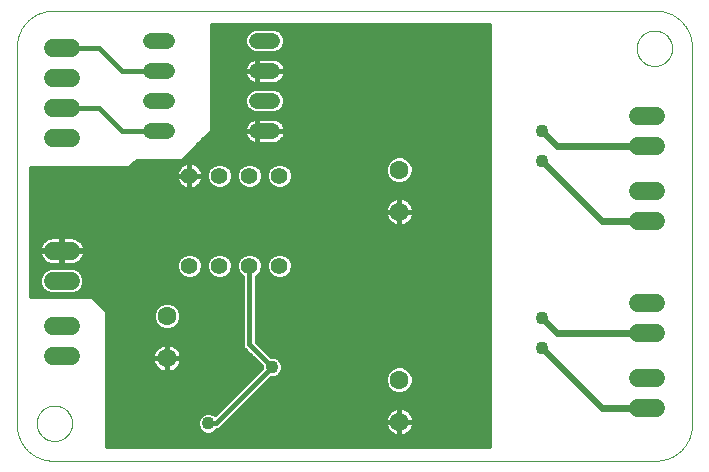
<source format=gbl>
G75*
%MOIN*%
%OFA0B0*%
%FSLAX25Y25*%
%IPPOS*%
%LPD*%
%AMOC8*
5,1,8,0,0,1.08239X$1,22.5*
%
%ADD10C,0.00000*%
%ADD11C,0.06300*%
%ADD12C,0.05600*%
%ADD13C,0.05937*%
%ADD14C,0.05200*%
%ADD15C,0.01600*%
%ADD16C,0.04356*%
%ADD17C,0.02400*%
D10*
X0016500Y0005500D02*
X0217500Y0005500D01*
X0217790Y0005504D01*
X0218080Y0005514D01*
X0218369Y0005532D01*
X0218658Y0005556D01*
X0218946Y0005587D01*
X0219234Y0005626D01*
X0219520Y0005671D01*
X0219806Y0005724D01*
X0220089Y0005783D01*
X0220372Y0005849D01*
X0220652Y0005921D01*
X0220931Y0006001D01*
X0221208Y0006087D01*
X0221483Y0006180D01*
X0221755Y0006280D01*
X0222025Y0006386D01*
X0222292Y0006498D01*
X0222557Y0006618D01*
X0222818Y0006743D01*
X0223077Y0006875D01*
X0223332Y0007012D01*
X0223584Y0007156D01*
X0223832Y0007306D01*
X0224076Y0007462D01*
X0224317Y0007624D01*
X0224553Y0007792D01*
X0224786Y0007965D01*
X0225014Y0008144D01*
X0225238Y0008328D01*
X0225457Y0008518D01*
X0225672Y0008713D01*
X0225882Y0008913D01*
X0226087Y0009118D01*
X0226287Y0009328D01*
X0226482Y0009543D01*
X0226672Y0009762D01*
X0226856Y0009986D01*
X0227035Y0010214D01*
X0227208Y0010447D01*
X0227376Y0010683D01*
X0227538Y0010924D01*
X0227694Y0011168D01*
X0227844Y0011416D01*
X0227988Y0011668D01*
X0228125Y0011923D01*
X0228257Y0012182D01*
X0228382Y0012443D01*
X0228502Y0012708D01*
X0228614Y0012975D01*
X0228720Y0013245D01*
X0228820Y0013517D01*
X0228913Y0013792D01*
X0228999Y0014069D01*
X0229079Y0014348D01*
X0229151Y0014628D01*
X0229217Y0014911D01*
X0229276Y0015194D01*
X0229329Y0015480D01*
X0229374Y0015766D01*
X0229413Y0016054D01*
X0229444Y0016342D01*
X0229468Y0016631D01*
X0229486Y0016920D01*
X0229496Y0017210D01*
X0229500Y0017500D01*
X0229500Y0143500D01*
X0229496Y0143790D01*
X0229486Y0144080D01*
X0229468Y0144369D01*
X0229444Y0144658D01*
X0229413Y0144946D01*
X0229374Y0145234D01*
X0229329Y0145520D01*
X0229276Y0145806D01*
X0229217Y0146089D01*
X0229151Y0146372D01*
X0229079Y0146652D01*
X0228999Y0146931D01*
X0228913Y0147208D01*
X0228820Y0147483D01*
X0228720Y0147755D01*
X0228614Y0148025D01*
X0228502Y0148292D01*
X0228382Y0148557D01*
X0228257Y0148818D01*
X0228125Y0149077D01*
X0227988Y0149332D01*
X0227844Y0149584D01*
X0227694Y0149832D01*
X0227538Y0150076D01*
X0227376Y0150317D01*
X0227208Y0150553D01*
X0227035Y0150786D01*
X0226856Y0151014D01*
X0226672Y0151238D01*
X0226482Y0151457D01*
X0226287Y0151672D01*
X0226087Y0151882D01*
X0225882Y0152087D01*
X0225672Y0152287D01*
X0225457Y0152482D01*
X0225238Y0152672D01*
X0225014Y0152856D01*
X0224786Y0153035D01*
X0224553Y0153208D01*
X0224317Y0153376D01*
X0224076Y0153538D01*
X0223832Y0153694D01*
X0223584Y0153844D01*
X0223332Y0153988D01*
X0223077Y0154125D01*
X0222818Y0154257D01*
X0222557Y0154382D01*
X0222292Y0154502D01*
X0222025Y0154614D01*
X0221755Y0154720D01*
X0221483Y0154820D01*
X0221208Y0154913D01*
X0220931Y0154999D01*
X0220652Y0155079D01*
X0220372Y0155151D01*
X0220089Y0155217D01*
X0219806Y0155276D01*
X0219520Y0155329D01*
X0219234Y0155374D01*
X0218946Y0155413D01*
X0218658Y0155444D01*
X0218369Y0155468D01*
X0218080Y0155486D01*
X0217790Y0155496D01*
X0217500Y0155500D01*
X0016500Y0155500D01*
X0016210Y0155496D01*
X0015920Y0155486D01*
X0015631Y0155468D01*
X0015342Y0155444D01*
X0015054Y0155413D01*
X0014766Y0155374D01*
X0014480Y0155329D01*
X0014194Y0155276D01*
X0013911Y0155217D01*
X0013628Y0155151D01*
X0013348Y0155079D01*
X0013069Y0154999D01*
X0012792Y0154913D01*
X0012517Y0154820D01*
X0012245Y0154720D01*
X0011975Y0154614D01*
X0011708Y0154502D01*
X0011443Y0154382D01*
X0011182Y0154257D01*
X0010923Y0154125D01*
X0010668Y0153988D01*
X0010416Y0153844D01*
X0010168Y0153694D01*
X0009924Y0153538D01*
X0009683Y0153376D01*
X0009447Y0153208D01*
X0009214Y0153035D01*
X0008986Y0152856D01*
X0008762Y0152672D01*
X0008543Y0152482D01*
X0008328Y0152287D01*
X0008118Y0152087D01*
X0007913Y0151882D01*
X0007713Y0151672D01*
X0007518Y0151457D01*
X0007328Y0151238D01*
X0007144Y0151014D01*
X0006965Y0150786D01*
X0006792Y0150553D01*
X0006624Y0150317D01*
X0006462Y0150076D01*
X0006306Y0149832D01*
X0006156Y0149584D01*
X0006012Y0149332D01*
X0005875Y0149077D01*
X0005743Y0148818D01*
X0005618Y0148557D01*
X0005498Y0148292D01*
X0005386Y0148025D01*
X0005280Y0147755D01*
X0005180Y0147483D01*
X0005087Y0147208D01*
X0005001Y0146931D01*
X0004921Y0146652D01*
X0004849Y0146372D01*
X0004783Y0146089D01*
X0004724Y0145806D01*
X0004671Y0145520D01*
X0004626Y0145234D01*
X0004587Y0144946D01*
X0004556Y0144658D01*
X0004532Y0144369D01*
X0004514Y0144080D01*
X0004504Y0143790D01*
X0004500Y0143500D01*
X0004500Y0017500D01*
X0004504Y0017210D01*
X0004514Y0016920D01*
X0004532Y0016631D01*
X0004556Y0016342D01*
X0004587Y0016054D01*
X0004626Y0015766D01*
X0004671Y0015480D01*
X0004724Y0015194D01*
X0004783Y0014911D01*
X0004849Y0014628D01*
X0004921Y0014348D01*
X0005001Y0014069D01*
X0005087Y0013792D01*
X0005180Y0013517D01*
X0005280Y0013245D01*
X0005386Y0012975D01*
X0005498Y0012708D01*
X0005618Y0012443D01*
X0005743Y0012182D01*
X0005875Y0011923D01*
X0006012Y0011668D01*
X0006156Y0011416D01*
X0006306Y0011168D01*
X0006462Y0010924D01*
X0006624Y0010683D01*
X0006792Y0010447D01*
X0006965Y0010214D01*
X0007144Y0009986D01*
X0007328Y0009762D01*
X0007518Y0009543D01*
X0007713Y0009328D01*
X0007913Y0009118D01*
X0008118Y0008913D01*
X0008328Y0008713D01*
X0008543Y0008518D01*
X0008762Y0008328D01*
X0008986Y0008144D01*
X0009214Y0007965D01*
X0009447Y0007792D01*
X0009683Y0007624D01*
X0009924Y0007462D01*
X0010168Y0007306D01*
X0010416Y0007156D01*
X0010668Y0007012D01*
X0010923Y0006875D01*
X0011182Y0006743D01*
X0011443Y0006618D01*
X0011708Y0006498D01*
X0011975Y0006386D01*
X0012245Y0006280D01*
X0012517Y0006180D01*
X0012792Y0006087D01*
X0013069Y0006001D01*
X0013348Y0005921D01*
X0013628Y0005849D01*
X0013911Y0005783D01*
X0014194Y0005724D01*
X0014480Y0005671D01*
X0014766Y0005626D01*
X0015054Y0005587D01*
X0015342Y0005556D01*
X0015631Y0005532D01*
X0015920Y0005514D01*
X0016210Y0005504D01*
X0016500Y0005500D01*
X0011094Y0018000D02*
X0011096Y0018153D01*
X0011102Y0018307D01*
X0011112Y0018460D01*
X0011126Y0018612D01*
X0011144Y0018765D01*
X0011166Y0018916D01*
X0011191Y0019067D01*
X0011221Y0019218D01*
X0011255Y0019368D01*
X0011292Y0019516D01*
X0011333Y0019664D01*
X0011378Y0019810D01*
X0011427Y0019956D01*
X0011480Y0020100D01*
X0011536Y0020242D01*
X0011596Y0020383D01*
X0011660Y0020523D01*
X0011727Y0020661D01*
X0011798Y0020797D01*
X0011873Y0020931D01*
X0011950Y0021063D01*
X0012032Y0021193D01*
X0012116Y0021321D01*
X0012204Y0021447D01*
X0012295Y0021570D01*
X0012389Y0021691D01*
X0012487Y0021809D01*
X0012587Y0021925D01*
X0012691Y0022038D01*
X0012797Y0022149D01*
X0012906Y0022257D01*
X0013018Y0022362D01*
X0013132Y0022463D01*
X0013250Y0022562D01*
X0013369Y0022658D01*
X0013491Y0022751D01*
X0013616Y0022840D01*
X0013743Y0022927D01*
X0013872Y0023009D01*
X0014003Y0023089D01*
X0014136Y0023165D01*
X0014271Y0023238D01*
X0014408Y0023307D01*
X0014547Y0023372D01*
X0014687Y0023434D01*
X0014829Y0023492D01*
X0014972Y0023547D01*
X0015117Y0023598D01*
X0015263Y0023645D01*
X0015410Y0023688D01*
X0015558Y0023727D01*
X0015707Y0023763D01*
X0015857Y0023794D01*
X0016008Y0023822D01*
X0016159Y0023846D01*
X0016312Y0023866D01*
X0016464Y0023882D01*
X0016617Y0023894D01*
X0016770Y0023902D01*
X0016923Y0023906D01*
X0017077Y0023906D01*
X0017230Y0023902D01*
X0017383Y0023894D01*
X0017536Y0023882D01*
X0017688Y0023866D01*
X0017841Y0023846D01*
X0017992Y0023822D01*
X0018143Y0023794D01*
X0018293Y0023763D01*
X0018442Y0023727D01*
X0018590Y0023688D01*
X0018737Y0023645D01*
X0018883Y0023598D01*
X0019028Y0023547D01*
X0019171Y0023492D01*
X0019313Y0023434D01*
X0019453Y0023372D01*
X0019592Y0023307D01*
X0019729Y0023238D01*
X0019864Y0023165D01*
X0019997Y0023089D01*
X0020128Y0023009D01*
X0020257Y0022927D01*
X0020384Y0022840D01*
X0020509Y0022751D01*
X0020631Y0022658D01*
X0020750Y0022562D01*
X0020868Y0022463D01*
X0020982Y0022362D01*
X0021094Y0022257D01*
X0021203Y0022149D01*
X0021309Y0022038D01*
X0021413Y0021925D01*
X0021513Y0021809D01*
X0021611Y0021691D01*
X0021705Y0021570D01*
X0021796Y0021447D01*
X0021884Y0021321D01*
X0021968Y0021193D01*
X0022050Y0021063D01*
X0022127Y0020931D01*
X0022202Y0020797D01*
X0022273Y0020661D01*
X0022340Y0020523D01*
X0022404Y0020383D01*
X0022464Y0020242D01*
X0022520Y0020100D01*
X0022573Y0019956D01*
X0022622Y0019810D01*
X0022667Y0019664D01*
X0022708Y0019516D01*
X0022745Y0019368D01*
X0022779Y0019218D01*
X0022809Y0019067D01*
X0022834Y0018916D01*
X0022856Y0018765D01*
X0022874Y0018612D01*
X0022888Y0018460D01*
X0022898Y0018307D01*
X0022904Y0018153D01*
X0022906Y0018000D01*
X0022904Y0017847D01*
X0022898Y0017693D01*
X0022888Y0017540D01*
X0022874Y0017388D01*
X0022856Y0017235D01*
X0022834Y0017084D01*
X0022809Y0016933D01*
X0022779Y0016782D01*
X0022745Y0016632D01*
X0022708Y0016484D01*
X0022667Y0016336D01*
X0022622Y0016190D01*
X0022573Y0016044D01*
X0022520Y0015900D01*
X0022464Y0015758D01*
X0022404Y0015617D01*
X0022340Y0015477D01*
X0022273Y0015339D01*
X0022202Y0015203D01*
X0022127Y0015069D01*
X0022050Y0014937D01*
X0021968Y0014807D01*
X0021884Y0014679D01*
X0021796Y0014553D01*
X0021705Y0014430D01*
X0021611Y0014309D01*
X0021513Y0014191D01*
X0021413Y0014075D01*
X0021309Y0013962D01*
X0021203Y0013851D01*
X0021094Y0013743D01*
X0020982Y0013638D01*
X0020868Y0013537D01*
X0020750Y0013438D01*
X0020631Y0013342D01*
X0020509Y0013249D01*
X0020384Y0013160D01*
X0020257Y0013073D01*
X0020128Y0012991D01*
X0019997Y0012911D01*
X0019864Y0012835D01*
X0019729Y0012762D01*
X0019592Y0012693D01*
X0019453Y0012628D01*
X0019313Y0012566D01*
X0019171Y0012508D01*
X0019028Y0012453D01*
X0018883Y0012402D01*
X0018737Y0012355D01*
X0018590Y0012312D01*
X0018442Y0012273D01*
X0018293Y0012237D01*
X0018143Y0012206D01*
X0017992Y0012178D01*
X0017841Y0012154D01*
X0017688Y0012134D01*
X0017536Y0012118D01*
X0017383Y0012106D01*
X0017230Y0012098D01*
X0017077Y0012094D01*
X0016923Y0012094D01*
X0016770Y0012098D01*
X0016617Y0012106D01*
X0016464Y0012118D01*
X0016312Y0012134D01*
X0016159Y0012154D01*
X0016008Y0012178D01*
X0015857Y0012206D01*
X0015707Y0012237D01*
X0015558Y0012273D01*
X0015410Y0012312D01*
X0015263Y0012355D01*
X0015117Y0012402D01*
X0014972Y0012453D01*
X0014829Y0012508D01*
X0014687Y0012566D01*
X0014547Y0012628D01*
X0014408Y0012693D01*
X0014271Y0012762D01*
X0014136Y0012835D01*
X0014003Y0012911D01*
X0013872Y0012991D01*
X0013743Y0013073D01*
X0013616Y0013160D01*
X0013491Y0013249D01*
X0013369Y0013342D01*
X0013250Y0013438D01*
X0013132Y0013537D01*
X0013018Y0013638D01*
X0012906Y0013743D01*
X0012797Y0013851D01*
X0012691Y0013962D01*
X0012587Y0014075D01*
X0012487Y0014191D01*
X0012389Y0014309D01*
X0012295Y0014430D01*
X0012204Y0014553D01*
X0012116Y0014679D01*
X0012032Y0014807D01*
X0011950Y0014937D01*
X0011873Y0015069D01*
X0011798Y0015203D01*
X0011727Y0015339D01*
X0011660Y0015477D01*
X0011596Y0015617D01*
X0011536Y0015758D01*
X0011480Y0015900D01*
X0011427Y0016044D01*
X0011378Y0016190D01*
X0011333Y0016336D01*
X0011292Y0016484D01*
X0011255Y0016632D01*
X0011221Y0016782D01*
X0011191Y0016933D01*
X0011166Y0017084D01*
X0011144Y0017235D01*
X0011126Y0017388D01*
X0011112Y0017540D01*
X0011102Y0017693D01*
X0011096Y0017847D01*
X0011094Y0018000D01*
X0211094Y0143000D02*
X0211096Y0143153D01*
X0211102Y0143307D01*
X0211112Y0143460D01*
X0211126Y0143612D01*
X0211144Y0143765D01*
X0211166Y0143916D01*
X0211191Y0144067D01*
X0211221Y0144218D01*
X0211255Y0144368D01*
X0211292Y0144516D01*
X0211333Y0144664D01*
X0211378Y0144810D01*
X0211427Y0144956D01*
X0211480Y0145100D01*
X0211536Y0145242D01*
X0211596Y0145383D01*
X0211660Y0145523D01*
X0211727Y0145661D01*
X0211798Y0145797D01*
X0211873Y0145931D01*
X0211950Y0146063D01*
X0212032Y0146193D01*
X0212116Y0146321D01*
X0212204Y0146447D01*
X0212295Y0146570D01*
X0212389Y0146691D01*
X0212487Y0146809D01*
X0212587Y0146925D01*
X0212691Y0147038D01*
X0212797Y0147149D01*
X0212906Y0147257D01*
X0213018Y0147362D01*
X0213132Y0147463D01*
X0213250Y0147562D01*
X0213369Y0147658D01*
X0213491Y0147751D01*
X0213616Y0147840D01*
X0213743Y0147927D01*
X0213872Y0148009D01*
X0214003Y0148089D01*
X0214136Y0148165D01*
X0214271Y0148238D01*
X0214408Y0148307D01*
X0214547Y0148372D01*
X0214687Y0148434D01*
X0214829Y0148492D01*
X0214972Y0148547D01*
X0215117Y0148598D01*
X0215263Y0148645D01*
X0215410Y0148688D01*
X0215558Y0148727D01*
X0215707Y0148763D01*
X0215857Y0148794D01*
X0216008Y0148822D01*
X0216159Y0148846D01*
X0216312Y0148866D01*
X0216464Y0148882D01*
X0216617Y0148894D01*
X0216770Y0148902D01*
X0216923Y0148906D01*
X0217077Y0148906D01*
X0217230Y0148902D01*
X0217383Y0148894D01*
X0217536Y0148882D01*
X0217688Y0148866D01*
X0217841Y0148846D01*
X0217992Y0148822D01*
X0218143Y0148794D01*
X0218293Y0148763D01*
X0218442Y0148727D01*
X0218590Y0148688D01*
X0218737Y0148645D01*
X0218883Y0148598D01*
X0219028Y0148547D01*
X0219171Y0148492D01*
X0219313Y0148434D01*
X0219453Y0148372D01*
X0219592Y0148307D01*
X0219729Y0148238D01*
X0219864Y0148165D01*
X0219997Y0148089D01*
X0220128Y0148009D01*
X0220257Y0147927D01*
X0220384Y0147840D01*
X0220509Y0147751D01*
X0220631Y0147658D01*
X0220750Y0147562D01*
X0220868Y0147463D01*
X0220982Y0147362D01*
X0221094Y0147257D01*
X0221203Y0147149D01*
X0221309Y0147038D01*
X0221413Y0146925D01*
X0221513Y0146809D01*
X0221611Y0146691D01*
X0221705Y0146570D01*
X0221796Y0146447D01*
X0221884Y0146321D01*
X0221968Y0146193D01*
X0222050Y0146063D01*
X0222127Y0145931D01*
X0222202Y0145797D01*
X0222273Y0145661D01*
X0222340Y0145523D01*
X0222404Y0145383D01*
X0222464Y0145242D01*
X0222520Y0145100D01*
X0222573Y0144956D01*
X0222622Y0144810D01*
X0222667Y0144664D01*
X0222708Y0144516D01*
X0222745Y0144368D01*
X0222779Y0144218D01*
X0222809Y0144067D01*
X0222834Y0143916D01*
X0222856Y0143765D01*
X0222874Y0143612D01*
X0222888Y0143460D01*
X0222898Y0143307D01*
X0222904Y0143153D01*
X0222906Y0143000D01*
X0222904Y0142847D01*
X0222898Y0142693D01*
X0222888Y0142540D01*
X0222874Y0142388D01*
X0222856Y0142235D01*
X0222834Y0142084D01*
X0222809Y0141933D01*
X0222779Y0141782D01*
X0222745Y0141632D01*
X0222708Y0141484D01*
X0222667Y0141336D01*
X0222622Y0141190D01*
X0222573Y0141044D01*
X0222520Y0140900D01*
X0222464Y0140758D01*
X0222404Y0140617D01*
X0222340Y0140477D01*
X0222273Y0140339D01*
X0222202Y0140203D01*
X0222127Y0140069D01*
X0222050Y0139937D01*
X0221968Y0139807D01*
X0221884Y0139679D01*
X0221796Y0139553D01*
X0221705Y0139430D01*
X0221611Y0139309D01*
X0221513Y0139191D01*
X0221413Y0139075D01*
X0221309Y0138962D01*
X0221203Y0138851D01*
X0221094Y0138743D01*
X0220982Y0138638D01*
X0220868Y0138537D01*
X0220750Y0138438D01*
X0220631Y0138342D01*
X0220509Y0138249D01*
X0220384Y0138160D01*
X0220257Y0138073D01*
X0220128Y0137991D01*
X0219997Y0137911D01*
X0219864Y0137835D01*
X0219729Y0137762D01*
X0219592Y0137693D01*
X0219453Y0137628D01*
X0219313Y0137566D01*
X0219171Y0137508D01*
X0219028Y0137453D01*
X0218883Y0137402D01*
X0218737Y0137355D01*
X0218590Y0137312D01*
X0218442Y0137273D01*
X0218293Y0137237D01*
X0218143Y0137206D01*
X0217992Y0137178D01*
X0217841Y0137154D01*
X0217688Y0137134D01*
X0217536Y0137118D01*
X0217383Y0137106D01*
X0217230Y0137098D01*
X0217077Y0137094D01*
X0216923Y0137094D01*
X0216770Y0137098D01*
X0216617Y0137106D01*
X0216464Y0137118D01*
X0216312Y0137134D01*
X0216159Y0137154D01*
X0216008Y0137178D01*
X0215857Y0137206D01*
X0215707Y0137237D01*
X0215558Y0137273D01*
X0215410Y0137312D01*
X0215263Y0137355D01*
X0215117Y0137402D01*
X0214972Y0137453D01*
X0214829Y0137508D01*
X0214687Y0137566D01*
X0214547Y0137628D01*
X0214408Y0137693D01*
X0214271Y0137762D01*
X0214136Y0137835D01*
X0214003Y0137911D01*
X0213872Y0137991D01*
X0213743Y0138073D01*
X0213616Y0138160D01*
X0213491Y0138249D01*
X0213369Y0138342D01*
X0213250Y0138438D01*
X0213132Y0138537D01*
X0213018Y0138638D01*
X0212906Y0138743D01*
X0212797Y0138851D01*
X0212691Y0138962D01*
X0212587Y0139075D01*
X0212487Y0139191D01*
X0212389Y0139309D01*
X0212295Y0139430D01*
X0212204Y0139553D01*
X0212116Y0139679D01*
X0212032Y0139807D01*
X0211950Y0139937D01*
X0211873Y0140069D01*
X0211798Y0140203D01*
X0211727Y0140339D01*
X0211660Y0140477D01*
X0211596Y0140617D01*
X0211536Y0140758D01*
X0211480Y0140900D01*
X0211427Y0141044D01*
X0211378Y0141190D01*
X0211333Y0141336D01*
X0211292Y0141484D01*
X0211255Y0141632D01*
X0211221Y0141782D01*
X0211191Y0141933D01*
X0211166Y0142084D01*
X0211144Y0142235D01*
X0211126Y0142388D01*
X0211112Y0142540D01*
X0211102Y0142693D01*
X0211096Y0142847D01*
X0211094Y0143000D01*
D11*
X0132000Y0102500D03*
X0132000Y0088500D03*
X0054500Y0053750D03*
X0054500Y0039750D03*
X0132000Y0032500D03*
X0132000Y0018500D03*
D12*
X0092000Y0070500D03*
X0082000Y0070500D03*
X0072000Y0070500D03*
X0062000Y0070500D03*
X0062000Y0100500D03*
X0072000Y0100500D03*
X0082000Y0100500D03*
X0092000Y0100500D03*
D13*
X0022469Y0113000D02*
X0016531Y0113000D01*
X0016531Y0123000D02*
X0022469Y0123000D01*
X0022469Y0133000D02*
X0016531Y0133000D01*
X0016531Y0143000D02*
X0022469Y0143000D01*
X0022469Y0075500D02*
X0016531Y0075500D01*
X0016531Y0065500D02*
X0022469Y0065500D01*
X0022469Y0050500D02*
X0016531Y0050500D01*
X0016531Y0040500D02*
X0022469Y0040500D01*
X0211531Y0033000D02*
X0217469Y0033000D01*
X0217469Y0023000D02*
X0211531Y0023000D01*
X0211531Y0048000D02*
X0217469Y0048000D01*
X0217469Y0058000D02*
X0211531Y0058000D01*
X0211531Y0085500D02*
X0217469Y0085500D01*
X0217469Y0095500D02*
X0211531Y0095500D01*
X0211531Y0110500D02*
X0217469Y0110500D01*
X0217469Y0120500D02*
X0211531Y0120500D01*
D14*
X0089700Y0115500D02*
X0084500Y0115500D01*
X0084500Y0125500D02*
X0089700Y0125500D01*
X0089700Y0135500D02*
X0084500Y0135500D01*
X0084500Y0145500D02*
X0089700Y0145500D01*
X0054500Y0145500D02*
X0049300Y0145500D01*
X0049300Y0135500D02*
X0054500Y0135500D01*
X0054500Y0125500D02*
X0049300Y0125500D01*
X0049300Y0115500D02*
X0054500Y0115500D01*
D15*
X0039500Y0115500D01*
X0032000Y0123000D01*
X0019500Y0123000D01*
X0039500Y0135500D02*
X0032000Y0143000D01*
X0019500Y0143000D01*
X0039500Y0135500D02*
X0054500Y0135500D01*
X0069500Y0134979D02*
X0080128Y0134979D01*
X0080100Y0135154D02*
X0080208Y0134470D01*
X0080422Y0133811D01*
X0080737Y0133194D01*
X0081144Y0132634D01*
X0081634Y0132144D01*
X0082194Y0131737D01*
X0082811Y0131422D01*
X0083470Y0131208D01*
X0084154Y0131100D01*
X0084500Y0131100D01*
X0090046Y0131100D01*
X0090730Y0131208D01*
X0091389Y0131422D01*
X0092006Y0131737D01*
X0092566Y0132144D01*
X0093056Y0132634D01*
X0093463Y0133194D01*
X0093778Y0133811D01*
X0093992Y0134470D01*
X0094100Y0135154D01*
X0094100Y0135500D01*
X0094100Y0135846D01*
X0093992Y0136530D01*
X0093778Y0137189D01*
X0093463Y0137806D01*
X0093056Y0138366D01*
X0092566Y0138856D01*
X0092006Y0139263D01*
X0091389Y0139578D01*
X0090730Y0139792D01*
X0090046Y0139900D01*
X0084500Y0139900D01*
X0084500Y0135500D01*
X0084500Y0135500D01*
X0094100Y0135500D01*
X0084500Y0135500D01*
X0084500Y0135500D01*
X0084500Y0131100D01*
X0084500Y0135500D01*
X0084500Y0135500D01*
X0084500Y0135500D01*
X0080100Y0135500D01*
X0080100Y0135846D01*
X0080208Y0136530D01*
X0080422Y0137189D01*
X0080737Y0137806D01*
X0081144Y0138366D01*
X0081634Y0138856D01*
X0082194Y0139263D01*
X0082811Y0139578D01*
X0083470Y0139792D01*
X0084154Y0139900D01*
X0084500Y0139900D01*
X0084500Y0135500D01*
X0080100Y0135500D01*
X0080100Y0135154D01*
X0080224Y0136578D02*
X0069500Y0136578D01*
X0069500Y0138176D02*
X0081006Y0138176D01*
X0083418Y0139775D02*
X0069500Y0139775D01*
X0069500Y0141373D02*
X0083487Y0141373D01*
X0083665Y0141300D02*
X0090535Y0141300D01*
X0092079Y0141939D01*
X0093261Y0143121D01*
X0093900Y0144665D01*
X0093900Y0146335D01*
X0093261Y0147879D01*
X0092079Y0149061D01*
X0090535Y0149700D01*
X0083665Y0149700D01*
X0082121Y0149061D01*
X0080939Y0147879D01*
X0080300Y0146335D01*
X0080300Y0144665D01*
X0080939Y0143121D01*
X0082121Y0141939D01*
X0083665Y0141300D01*
X0084500Y0139775D02*
X0084500Y0139775D01*
X0084500Y0138176D02*
X0084500Y0138176D01*
X0084500Y0136578D02*
X0084500Y0136578D01*
X0084500Y0134979D02*
X0084500Y0134979D01*
X0084500Y0133381D02*
X0084500Y0133381D01*
X0084500Y0131782D02*
X0084500Y0131782D01*
X0083665Y0129700D02*
X0082121Y0129061D01*
X0080939Y0127879D01*
X0080300Y0126335D01*
X0080300Y0124665D01*
X0080939Y0123121D01*
X0082121Y0121939D01*
X0083665Y0121300D01*
X0090535Y0121300D01*
X0092079Y0121939D01*
X0093261Y0123121D01*
X0093900Y0124665D01*
X0093900Y0126335D01*
X0093261Y0127879D01*
X0092079Y0129061D01*
X0090535Y0129700D01*
X0083665Y0129700D01*
X0081646Y0128585D02*
X0069500Y0128585D01*
X0069500Y0126987D02*
X0080570Y0126987D01*
X0080300Y0125388D02*
X0069500Y0125388D01*
X0069500Y0123790D02*
X0080662Y0123790D01*
X0081869Y0122191D02*
X0069500Y0122191D01*
X0069500Y0120593D02*
X0162000Y0120593D01*
X0162000Y0122191D02*
X0092331Y0122191D01*
X0093538Y0123790D02*
X0162000Y0123790D01*
X0162000Y0125388D02*
X0093900Y0125388D01*
X0093630Y0126987D02*
X0162000Y0126987D01*
X0162000Y0128585D02*
X0092554Y0128585D01*
X0092069Y0131782D02*
X0162000Y0131782D01*
X0162000Y0130184D02*
X0069500Y0130184D01*
X0069500Y0131782D02*
X0082131Y0131782D01*
X0080641Y0133381D02*
X0069500Y0133381D01*
X0069500Y0142972D02*
X0081088Y0142972D01*
X0080339Y0144570D02*
X0069500Y0144570D01*
X0069500Y0146169D02*
X0080300Y0146169D01*
X0080893Y0147768D02*
X0069500Y0147768D01*
X0069500Y0149366D02*
X0082858Y0149366D01*
X0091342Y0149366D02*
X0162000Y0149366D01*
X0162000Y0150700D02*
X0162000Y0010300D01*
X0034500Y0010300D01*
X0034500Y0055500D01*
X0029500Y0060500D01*
X0009300Y0060500D01*
X0009300Y0103000D01*
X0042000Y0103000D01*
X0044500Y0105500D01*
X0059500Y0105500D01*
X0069500Y0115500D01*
X0069500Y0150700D01*
X0162000Y0150700D01*
X0162000Y0147768D02*
X0093307Y0147768D01*
X0093900Y0146169D02*
X0162000Y0146169D01*
X0162000Y0144570D02*
X0093861Y0144570D01*
X0093112Y0142972D02*
X0162000Y0142972D01*
X0162000Y0141373D02*
X0090713Y0141373D01*
X0090782Y0139775D02*
X0162000Y0139775D01*
X0162000Y0138176D02*
X0093194Y0138176D01*
X0093976Y0136578D02*
X0162000Y0136578D01*
X0162000Y0134979D02*
X0094072Y0134979D01*
X0093558Y0133381D02*
X0162000Y0133381D01*
X0162000Y0118994D02*
X0092376Y0118994D01*
X0092566Y0118856D02*
X0092006Y0119263D01*
X0091389Y0119578D01*
X0090730Y0119792D01*
X0090046Y0119900D01*
X0084500Y0119900D01*
X0084500Y0115500D01*
X0084500Y0115500D01*
X0094100Y0115500D01*
X0094100Y0115846D01*
X0093992Y0116530D01*
X0093778Y0117189D01*
X0093463Y0117806D01*
X0093056Y0118366D01*
X0092566Y0118856D01*
X0093672Y0117396D02*
X0162000Y0117396D01*
X0162000Y0115797D02*
X0094100Y0115797D01*
X0094100Y0115500D02*
X0084500Y0115500D01*
X0084500Y0115500D01*
X0084500Y0111100D01*
X0090046Y0111100D01*
X0090730Y0111208D01*
X0091389Y0111422D01*
X0092006Y0111737D01*
X0092566Y0112144D01*
X0093056Y0112634D01*
X0093463Y0113194D01*
X0093778Y0113811D01*
X0093992Y0114470D01*
X0094100Y0115154D01*
X0094100Y0115500D01*
X0093904Y0114199D02*
X0162000Y0114199D01*
X0162000Y0112600D02*
X0093023Y0112600D01*
X0084500Y0112600D02*
X0084500Y0112600D01*
X0084500Y0111100D02*
X0084154Y0111100D01*
X0083470Y0111208D01*
X0082811Y0111422D01*
X0082194Y0111737D01*
X0081634Y0112144D01*
X0081144Y0112634D01*
X0080737Y0113194D01*
X0080422Y0113811D01*
X0080208Y0114470D01*
X0080100Y0115154D01*
X0080100Y0115500D01*
X0084500Y0115500D01*
X0084500Y0115500D01*
X0084500Y0115500D01*
X0084500Y0119900D01*
X0084154Y0119900D01*
X0083470Y0119792D01*
X0082811Y0119578D01*
X0082194Y0119263D01*
X0081634Y0118856D01*
X0081144Y0118366D01*
X0080737Y0117806D01*
X0080422Y0117189D01*
X0080208Y0116530D01*
X0080100Y0115846D01*
X0080100Y0115500D01*
X0084500Y0115500D01*
X0084500Y0111100D01*
X0084500Y0114199D02*
X0084500Y0114199D01*
X0084500Y0115797D02*
X0084500Y0115797D01*
X0084500Y0117396D02*
X0084500Y0117396D01*
X0084500Y0118994D02*
X0084500Y0118994D01*
X0081824Y0118994D02*
X0069500Y0118994D01*
X0069500Y0117396D02*
X0080528Y0117396D01*
X0080100Y0115797D02*
X0069500Y0115797D01*
X0068199Y0114199D02*
X0080296Y0114199D01*
X0081177Y0112600D02*
X0066600Y0112600D01*
X0065002Y0111002D02*
X0162000Y0111002D01*
X0162000Y0109403D02*
X0063403Y0109403D01*
X0061805Y0107805D02*
X0162000Y0107805D01*
X0162000Y0106206D02*
X0135011Y0106206D01*
X0134691Y0106527D02*
X0132945Y0107250D01*
X0131055Y0107250D01*
X0129309Y0106527D01*
X0127973Y0105191D01*
X0127250Y0103445D01*
X0127250Y0101555D01*
X0127973Y0099809D01*
X0129309Y0098473D01*
X0131055Y0097750D01*
X0132945Y0097750D01*
X0134691Y0098473D01*
X0136027Y0099809D01*
X0136750Y0101555D01*
X0136750Y0103445D01*
X0136027Y0105191D01*
X0134691Y0106527D01*
X0136268Y0104608D02*
X0162000Y0104608D01*
X0162000Y0103009D02*
X0136750Y0103009D01*
X0136690Y0101411D02*
X0162000Y0101411D01*
X0162000Y0099812D02*
X0136028Y0099812D01*
X0134064Y0098214D02*
X0162000Y0098214D01*
X0162000Y0096615D02*
X0094119Y0096615D01*
X0094492Y0096770D02*
X0095730Y0098008D01*
X0096400Y0099625D01*
X0096400Y0101375D01*
X0095730Y0102992D01*
X0094492Y0104230D01*
X0092875Y0104900D01*
X0091125Y0104900D01*
X0089508Y0104230D01*
X0088270Y0102992D01*
X0087600Y0101375D01*
X0087600Y0099625D01*
X0088270Y0098008D01*
X0089508Y0096770D01*
X0091125Y0096100D01*
X0092875Y0096100D01*
X0094492Y0096770D01*
X0095815Y0098214D02*
X0129936Y0098214D01*
X0127972Y0099812D02*
X0096400Y0099812D01*
X0096385Y0101411D02*
X0127310Y0101411D01*
X0127250Y0103009D02*
X0095713Y0103009D01*
X0093581Y0104608D02*
X0127732Y0104608D01*
X0128989Y0106206D02*
X0060206Y0106206D01*
X0060923Y0104987D02*
X0060234Y0104763D01*
X0059589Y0104434D01*
X0059003Y0104009D01*
X0058491Y0103497D01*
X0058066Y0102911D01*
X0057737Y0102266D01*
X0057513Y0101577D01*
X0057400Y0100862D01*
X0057400Y0100500D01*
X0062000Y0100500D01*
X0062000Y0100500D01*
X0062000Y0105100D01*
X0062362Y0105100D01*
X0063077Y0104987D01*
X0063766Y0104763D01*
X0064411Y0104434D01*
X0064997Y0104009D01*
X0065509Y0103497D01*
X0065934Y0102911D01*
X0066263Y0102266D01*
X0066487Y0101577D01*
X0066600Y0100862D01*
X0066600Y0100500D01*
X0062000Y0100500D01*
X0062000Y0100500D01*
X0062000Y0100500D01*
X0062000Y0105100D01*
X0061638Y0105100D01*
X0060923Y0104987D01*
X0059929Y0104608D02*
X0043608Y0104608D01*
X0042009Y0103009D02*
X0058137Y0103009D01*
X0057487Y0101411D02*
X0009300Y0101411D01*
X0009300Y0099812D02*
X0057452Y0099812D01*
X0057400Y0100138D02*
X0057513Y0099423D01*
X0057737Y0098734D01*
X0058066Y0098089D01*
X0058491Y0097503D01*
X0059003Y0096991D01*
X0059589Y0096566D01*
X0060234Y0096237D01*
X0060923Y0096013D01*
X0061638Y0095900D01*
X0062000Y0095900D01*
X0062362Y0095900D01*
X0063077Y0096013D01*
X0063766Y0096237D01*
X0064411Y0096566D01*
X0064997Y0096991D01*
X0065509Y0097503D01*
X0065934Y0098089D01*
X0066263Y0098734D01*
X0066487Y0099423D01*
X0066600Y0100138D01*
X0066600Y0100500D01*
X0062000Y0100500D01*
X0062000Y0095900D01*
X0062000Y0100500D01*
X0062000Y0100500D01*
X0057400Y0100500D01*
X0057400Y0100138D01*
X0058002Y0098214D02*
X0009300Y0098214D01*
X0009300Y0096615D02*
X0059521Y0096615D01*
X0062000Y0096615D02*
X0062000Y0096615D01*
X0062000Y0098214D02*
X0062000Y0098214D01*
X0062000Y0099812D02*
X0062000Y0099812D01*
X0062000Y0101411D02*
X0062000Y0101411D01*
X0062000Y0103009D02*
X0062000Y0103009D01*
X0062000Y0104608D02*
X0062000Y0104608D01*
X0064071Y0104608D02*
X0070419Y0104608D01*
X0071125Y0104900D02*
X0069508Y0104230D01*
X0068270Y0102992D01*
X0067600Y0101375D01*
X0067600Y0099625D01*
X0068270Y0098008D01*
X0069508Y0096770D01*
X0071125Y0096100D01*
X0072875Y0096100D01*
X0074492Y0096770D01*
X0075730Y0098008D01*
X0076400Y0099625D01*
X0076400Y0101375D01*
X0075730Y0102992D01*
X0074492Y0104230D01*
X0072875Y0104900D01*
X0071125Y0104900D01*
X0073581Y0104608D02*
X0080419Y0104608D01*
X0081125Y0104900D02*
X0079508Y0104230D01*
X0078270Y0102992D01*
X0077600Y0101375D01*
X0077600Y0099625D01*
X0078270Y0098008D01*
X0079508Y0096770D01*
X0081125Y0096100D01*
X0082875Y0096100D01*
X0084492Y0096770D01*
X0085730Y0098008D01*
X0086400Y0099625D01*
X0086400Y0101375D01*
X0085730Y0102992D01*
X0084492Y0104230D01*
X0082875Y0104900D01*
X0081125Y0104900D01*
X0083581Y0104608D02*
X0090419Y0104608D01*
X0088287Y0103009D02*
X0085713Y0103009D01*
X0086385Y0101411D02*
X0087615Y0101411D01*
X0087600Y0099812D02*
X0086400Y0099812D01*
X0085815Y0098214D02*
X0088184Y0098214D01*
X0089881Y0096615D02*
X0084119Y0096615D01*
X0079881Y0096615D02*
X0074119Y0096615D01*
X0075815Y0098214D02*
X0078184Y0098214D01*
X0077600Y0099812D02*
X0076400Y0099812D01*
X0076385Y0101411D02*
X0077615Y0101411D01*
X0078287Y0103009D02*
X0075713Y0103009D01*
X0068287Y0103009D02*
X0065863Y0103009D01*
X0066513Y0101411D02*
X0067615Y0101411D01*
X0067600Y0099812D02*
X0066548Y0099812D01*
X0065998Y0098214D02*
X0068184Y0098214D01*
X0069881Y0096615D02*
X0064479Y0096615D01*
X0062875Y0074900D02*
X0061125Y0074900D01*
X0059508Y0074230D01*
X0058270Y0072992D01*
X0057600Y0071375D01*
X0057600Y0069625D01*
X0058270Y0068008D01*
X0059508Y0066770D01*
X0061125Y0066100D01*
X0062875Y0066100D01*
X0064492Y0066770D01*
X0065730Y0068008D01*
X0066400Y0069625D01*
X0066400Y0071375D01*
X0065730Y0072992D01*
X0064492Y0074230D01*
X0062875Y0074900D01*
X0064478Y0074236D02*
X0069522Y0074236D01*
X0069508Y0074230D02*
X0068270Y0072992D01*
X0067600Y0071375D01*
X0067600Y0069625D01*
X0068270Y0068008D01*
X0069508Y0066770D01*
X0071125Y0066100D01*
X0072875Y0066100D01*
X0074492Y0066770D01*
X0075730Y0068008D01*
X0076400Y0069625D01*
X0076400Y0071375D01*
X0075730Y0072992D01*
X0074492Y0074230D01*
X0072875Y0074900D01*
X0071125Y0074900D01*
X0069508Y0074230D01*
X0068123Y0072637D02*
X0065877Y0072637D01*
X0066400Y0071039D02*
X0067600Y0071039D01*
X0067676Y0069440D02*
X0066324Y0069440D01*
X0065564Y0067842D02*
X0068436Y0067842D01*
X0070778Y0066243D02*
X0063221Y0066243D01*
X0060778Y0066243D02*
X0027037Y0066243D01*
X0027037Y0066409D02*
X0026341Y0068088D01*
X0025056Y0069373D01*
X0023377Y0070068D01*
X0015623Y0070068D01*
X0013944Y0069373D01*
X0012659Y0068088D01*
X0011963Y0066409D01*
X0011963Y0064591D01*
X0012659Y0062912D01*
X0013944Y0061627D01*
X0015623Y0060931D01*
X0023377Y0060931D01*
X0025056Y0061627D01*
X0026341Y0062912D01*
X0027037Y0064591D01*
X0027037Y0066409D01*
X0026443Y0067842D02*
X0058436Y0067842D01*
X0057676Y0069440D02*
X0024893Y0069440D01*
X0024299Y0071081D02*
X0024968Y0071422D01*
X0025575Y0071863D01*
X0026106Y0072394D01*
X0026547Y0073001D01*
X0026888Y0073670D01*
X0027120Y0074383D01*
X0027237Y0075125D01*
X0027237Y0075316D01*
X0019684Y0075316D01*
X0019684Y0070731D01*
X0022844Y0070731D01*
X0023585Y0070849D01*
X0024299Y0071081D01*
X0024170Y0071039D02*
X0057600Y0071039D01*
X0058123Y0072637D02*
X0026283Y0072637D01*
X0027072Y0074236D02*
X0059522Y0074236D01*
X0074478Y0074236D02*
X0079522Y0074236D01*
X0079508Y0074230D02*
X0078270Y0072992D01*
X0077600Y0071375D01*
X0077600Y0069625D01*
X0078270Y0068008D01*
X0079508Y0066770D01*
X0079600Y0066732D01*
X0079600Y0043773D01*
X0079965Y0042891D01*
X0085722Y0037134D01*
X0085722Y0036366D01*
X0070474Y0021118D01*
X0070390Y0021203D01*
X0069001Y0021778D01*
X0067499Y0021778D01*
X0066110Y0021203D01*
X0065047Y0020140D01*
X0064472Y0018751D01*
X0064472Y0017249D01*
X0065047Y0015860D01*
X0066110Y0014797D01*
X0067499Y0014222D01*
X0069001Y0014222D01*
X0070390Y0014797D01*
X0071193Y0015600D01*
X0071227Y0015600D01*
X0072109Y0015965D01*
X0089116Y0032972D01*
X0090251Y0032972D01*
X0091640Y0033547D01*
X0092703Y0034610D01*
X0093278Y0035999D01*
X0093278Y0037501D01*
X0092703Y0038890D01*
X0091640Y0039953D01*
X0090251Y0040528D01*
X0089116Y0040528D01*
X0084400Y0045244D01*
X0084400Y0066732D01*
X0084492Y0066770D01*
X0085730Y0068008D01*
X0086400Y0069625D01*
X0086400Y0071375D01*
X0085730Y0072992D01*
X0084492Y0074230D01*
X0082875Y0074900D01*
X0081125Y0074900D01*
X0079508Y0074230D01*
X0078123Y0072637D02*
X0075877Y0072637D01*
X0076400Y0071039D02*
X0077600Y0071039D01*
X0077676Y0069440D02*
X0076324Y0069440D01*
X0075564Y0067842D02*
X0078436Y0067842D01*
X0079600Y0066243D02*
X0073221Y0066243D01*
X0079600Y0064645D02*
X0027037Y0064645D01*
X0026397Y0063046D02*
X0079600Y0063046D01*
X0079600Y0061448D02*
X0024624Y0061448D01*
X0030151Y0059849D02*
X0079600Y0059849D01*
X0079600Y0058251D02*
X0056046Y0058251D01*
X0055445Y0058500D02*
X0053555Y0058500D01*
X0051809Y0057777D01*
X0050473Y0056441D01*
X0049750Y0054695D01*
X0049750Y0052805D01*
X0050473Y0051059D01*
X0051809Y0049723D01*
X0053555Y0049000D01*
X0055445Y0049000D01*
X0057191Y0049723D01*
X0058527Y0051059D01*
X0059250Y0052805D01*
X0059250Y0054695D01*
X0058527Y0056441D01*
X0057191Y0057777D01*
X0055445Y0058500D01*
X0052954Y0058251D02*
X0031749Y0058251D01*
X0033348Y0056652D02*
X0050685Y0056652D01*
X0049899Y0055054D02*
X0034500Y0055054D01*
X0034500Y0053455D02*
X0049750Y0053455D01*
X0050143Y0051857D02*
X0034500Y0051857D01*
X0034500Y0050258D02*
X0051274Y0050258D01*
X0057726Y0050258D02*
X0079600Y0050258D01*
X0079600Y0048660D02*
X0034500Y0048660D01*
X0034500Y0047061D02*
X0079600Y0047061D01*
X0079600Y0045463D02*
X0034500Y0045463D01*
X0034500Y0043864D02*
X0051741Y0043864D01*
X0051906Y0043984D02*
X0051275Y0043526D01*
X0050724Y0042975D01*
X0050266Y0042344D01*
X0049913Y0041650D01*
X0049672Y0040909D01*
X0049550Y0040140D01*
X0049550Y0039750D01*
X0054500Y0039750D01*
X0054500Y0039750D01*
X0054500Y0044700D01*
X0054890Y0044700D01*
X0055659Y0044578D01*
X0056400Y0044337D01*
X0057094Y0043984D01*
X0057725Y0043526D01*
X0058276Y0042975D01*
X0058734Y0042344D01*
X0059087Y0041650D01*
X0059328Y0040909D01*
X0059450Y0040140D01*
X0059450Y0039750D01*
X0054500Y0039750D01*
X0054500Y0039750D01*
X0054500Y0039750D01*
X0054500Y0044700D01*
X0054110Y0044700D01*
X0053341Y0044578D01*
X0052600Y0044337D01*
X0051906Y0043984D01*
X0050226Y0042266D02*
X0034500Y0042266D01*
X0034500Y0040667D02*
X0049634Y0040667D01*
X0049550Y0039750D02*
X0049550Y0039360D01*
X0049672Y0038591D01*
X0049913Y0037850D01*
X0050266Y0037156D01*
X0050724Y0036525D01*
X0051275Y0035974D01*
X0051906Y0035516D01*
X0052600Y0035163D01*
X0053341Y0034922D01*
X0054110Y0034800D01*
X0054500Y0034800D01*
X0054890Y0034800D01*
X0055659Y0034922D01*
X0056400Y0035163D01*
X0057094Y0035516D01*
X0057725Y0035974D01*
X0058276Y0036525D01*
X0058734Y0037156D01*
X0059087Y0037850D01*
X0059328Y0038591D01*
X0059450Y0039360D01*
X0059450Y0039750D01*
X0054500Y0039750D01*
X0054500Y0034800D01*
X0054500Y0039750D01*
X0054500Y0039750D01*
X0049550Y0039750D01*
X0049596Y0039069D02*
X0034500Y0039069D01*
X0034500Y0037470D02*
X0050106Y0037470D01*
X0051417Y0035872D02*
X0034500Y0035872D01*
X0034500Y0034273D02*
X0083629Y0034273D01*
X0082031Y0032675D02*
X0034500Y0032675D01*
X0034500Y0031076D02*
X0080432Y0031076D01*
X0078834Y0029478D02*
X0034500Y0029478D01*
X0034500Y0027879D02*
X0077235Y0027879D01*
X0075637Y0026281D02*
X0034500Y0026281D01*
X0034500Y0024682D02*
X0074038Y0024682D01*
X0072440Y0023084D02*
X0034500Y0023084D01*
X0034500Y0021485D02*
X0066792Y0021485D01*
X0064942Y0019887D02*
X0034500Y0019887D01*
X0034500Y0018288D02*
X0064472Y0018288D01*
X0064704Y0016690D02*
X0034500Y0016690D01*
X0034500Y0015091D02*
X0065816Y0015091D01*
X0068250Y0018000D02*
X0070750Y0018000D01*
X0089500Y0036750D01*
X0082000Y0044250D01*
X0082000Y0070500D01*
X0085877Y0072637D02*
X0088123Y0072637D01*
X0088270Y0072992D02*
X0087600Y0071375D01*
X0087600Y0069625D01*
X0088270Y0068008D01*
X0089508Y0066770D01*
X0091125Y0066100D01*
X0092875Y0066100D01*
X0094492Y0066770D01*
X0095730Y0068008D01*
X0096400Y0069625D01*
X0096400Y0071375D01*
X0095730Y0072992D01*
X0094492Y0074230D01*
X0092875Y0074900D01*
X0091125Y0074900D01*
X0089508Y0074230D01*
X0088270Y0072992D01*
X0089522Y0074236D02*
X0084478Y0074236D01*
X0086400Y0071039D02*
X0087600Y0071039D01*
X0087676Y0069440D02*
X0086324Y0069440D01*
X0085564Y0067842D02*
X0088436Y0067842D01*
X0090778Y0066243D02*
X0084400Y0066243D01*
X0084400Y0064645D02*
X0162000Y0064645D01*
X0162000Y0066243D02*
X0093221Y0066243D01*
X0095564Y0067842D02*
X0162000Y0067842D01*
X0162000Y0069440D02*
X0096324Y0069440D01*
X0096400Y0071039D02*
X0162000Y0071039D01*
X0162000Y0072637D02*
X0095877Y0072637D01*
X0094478Y0074236D02*
X0162000Y0074236D01*
X0162000Y0075834D02*
X0027237Y0075834D01*
X0027237Y0075875D02*
X0027120Y0076617D01*
X0026888Y0077330D01*
X0026547Y0077999D01*
X0026106Y0078606D01*
X0025575Y0079137D01*
X0024968Y0079578D01*
X0024299Y0079919D01*
X0023585Y0080151D01*
X0022844Y0080268D01*
X0019684Y0080268D01*
X0019684Y0075684D01*
X0019316Y0075684D01*
X0019316Y0075316D01*
X0019684Y0075316D01*
X0019684Y0075684D01*
X0027237Y0075684D01*
X0027237Y0075875D01*
X0026835Y0077433D02*
X0162000Y0077433D01*
X0162000Y0079032D02*
X0025681Y0079032D01*
X0019684Y0079032D02*
X0019316Y0079032D01*
X0019316Y0080268D02*
X0016156Y0080268D01*
X0015415Y0080151D01*
X0014701Y0079919D01*
X0014032Y0079578D01*
X0013425Y0079137D01*
X0012894Y0078606D01*
X0012453Y0077999D01*
X0012112Y0077330D01*
X0011880Y0076617D01*
X0011763Y0075875D01*
X0011763Y0075684D01*
X0019316Y0075684D01*
X0019316Y0080268D01*
X0019316Y0077433D02*
X0019684Y0077433D01*
X0019684Y0075834D02*
X0019316Y0075834D01*
X0019316Y0075316D02*
X0011763Y0075316D01*
X0011763Y0075125D01*
X0011880Y0074383D01*
X0012112Y0073670D01*
X0012453Y0073001D01*
X0012894Y0072394D01*
X0013425Y0071863D01*
X0014032Y0071422D01*
X0014701Y0071081D01*
X0015415Y0070849D01*
X0016156Y0070731D01*
X0019316Y0070731D01*
X0019316Y0075316D01*
X0019316Y0074236D02*
X0019684Y0074236D01*
X0019684Y0072637D02*
X0019316Y0072637D01*
X0019316Y0071039D02*
X0019684Y0071039D01*
X0014830Y0071039D02*
X0009300Y0071039D01*
X0009300Y0072637D02*
X0012717Y0072637D01*
X0011928Y0074236D02*
X0009300Y0074236D01*
X0009300Y0075834D02*
X0011763Y0075834D01*
X0012165Y0077433D02*
X0009300Y0077433D01*
X0009300Y0079032D02*
X0013319Y0079032D01*
X0009300Y0080630D02*
X0162000Y0080630D01*
X0162000Y0082229D02*
X0009300Y0082229D01*
X0009300Y0083827D02*
X0130363Y0083827D01*
X0130100Y0083913D02*
X0130841Y0083672D01*
X0131610Y0083550D01*
X0132000Y0083550D01*
X0132390Y0083550D01*
X0133159Y0083672D01*
X0133900Y0083913D01*
X0134594Y0084266D01*
X0135225Y0084724D01*
X0135776Y0085275D01*
X0136234Y0085906D01*
X0136587Y0086600D01*
X0136828Y0087341D01*
X0136950Y0088110D01*
X0136950Y0088500D01*
X0136950Y0088890D01*
X0136828Y0089659D01*
X0136587Y0090400D01*
X0136234Y0091094D01*
X0135776Y0091725D01*
X0135225Y0092276D01*
X0134594Y0092734D01*
X0133900Y0093087D01*
X0133159Y0093328D01*
X0132390Y0093450D01*
X0132000Y0093450D01*
X0132000Y0088500D01*
X0132000Y0088500D01*
X0136950Y0088500D01*
X0132000Y0088500D01*
X0132000Y0088500D01*
X0132000Y0088500D01*
X0127050Y0088500D01*
X0127050Y0088890D01*
X0127172Y0089659D01*
X0127413Y0090400D01*
X0127766Y0091094D01*
X0128224Y0091725D01*
X0128775Y0092276D01*
X0129406Y0092734D01*
X0130100Y0093087D01*
X0130841Y0093328D01*
X0131610Y0093450D01*
X0132000Y0093450D01*
X0132000Y0088500D01*
X0132000Y0083550D01*
X0132000Y0088500D01*
X0132000Y0088500D01*
X0127050Y0088500D01*
X0127050Y0088110D01*
X0127172Y0087341D01*
X0127413Y0086600D01*
X0127766Y0085906D01*
X0128224Y0085275D01*
X0128775Y0084724D01*
X0129406Y0084266D01*
X0130100Y0083913D01*
X0132000Y0083827D02*
X0132000Y0083827D01*
X0132000Y0085426D02*
X0132000Y0085426D01*
X0132000Y0087024D02*
X0132000Y0087024D01*
X0132000Y0088623D02*
X0132000Y0088623D01*
X0132000Y0090221D02*
X0132000Y0090221D01*
X0132000Y0091820D02*
X0132000Y0091820D01*
X0132000Y0093418D02*
X0132000Y0093418D01*
X0132591Y0093418D02*
X0162000Y0093418D01*
X0162000Y0091820D02*
X0135681Y0091820D01*
X0136646Y0090221D02*
X0162000Y0090221D01*
X0162000Y0088623D02*
X0136950Y0088623D01*
X0136725Y0087024D02*
X0162000Y0087024D01*
X0162000Y0085426D02*
X0135885Y0085426D01*
X0133637Y0083827D02*
X0162000Y0083827D01*
X0162000Y0095017D02*
X0009300Y0095017D01*
X0009300Y0093418D02*
X0131409Y0093418D01*
X0128319Y0091820D02*
X0009300Y0091820D01*
X0009300Y0090221D02*
X0127354Y0090221D01*
X0127050Y0088623D02*
X0009300Y0088623D01*
X0009300Y0087024D02*
X0127275Y0087024D01*
X0128115Y0085426D02*
X0009300Y0085426D01*
X0009300Y0069440D02*
X0014107Y0069440D01*
X0012557Y0067842D02*
X0009300Y0067842D01*
X0009300Y0066243D02*
X0011963Y0066243D01*
X0011963Y0064645D02*
X0009300Y0064645D01*
X0009300Y0063046D02*
X0012603Y0063046D01*
X0014376Y0061448D02*
X0009300Y0061448D01*
X0054500Y0043864D02*
X0054500Y0043864D01*
X0054500Y0042266D02*
X0054500Y0042266D01*
X0054500Y0040667D02*
X0054500Y0040667D01*
X0054500Y0039069D02*
X0054500Y0039069D01*
X0054500Y0037470D02*
X0054500Y0037470D01*
X0054500Y0035872D02*
X0054500Y0035872D01*
X0057583Y0035872D02*
X0085228Y0035872D01*
X0085386Y0037470D02*
X0058894Y0037470D01*
X0059404Y0039069D02*
X0083787Y0039069D01*
X0082189Y0040667D02*
X0059366Y0040667D01*
X0058774Y0042266D02*
X0080590Y0042266D01*
X0079600Y0043864D02*
X0057259Y0043864D01*
X0058857Y0051857D02*
X0079600Y0051857D01*
X0079600Y0053455D02*
X0059250Y0053455D01*
X0059101Y0055054D02*
X0079600Y0055054D01*
X0079600Y0056652D02*
X0058315Y0056652D01*
X0084400Y0056652D02*
X0162000Y0056652D01*
X0162000Y0055054D02*
X0084400Y0055054D01*
X0084400Y0053455D02*
X0162000Y0053455D01*
X0162000Y0051857D02*
X0084400Y0051857D01*
X0084400Y0050258D02*
X0162000Y0050258D01*
X0162000Y0048660D02*
X0084400Y0048660D01*
X0084400Y0047061D02*
X0162000Y0047061D01*
X0162000Y0045463D02*
X0084400Y0045463D01*
X0085780Y0043864D02*
X0162000Y0043864D01*
X0162000Y0042266D02*
X0087378Y0042266D01*
X0088977Y0040667D02*
X0162000Y0040667D01*
X0162000Y0039069D02*
X0092524Y0039069D01*
X0093278Y0037470D02*
X0162000Y0037470D01*
X0162000Y0035872D02*
X0135346Y0035872D01*
X0134691Y0036527D02*
X0132945Y0037250D01*
X0131055Y0037250D01*
X0129309Y0036527D01*
X0127973Y0035191D01*
X0127250Y0033445D01*
X0127250Y0031555D01*
X0127973Y0029809D01*
X0129309Y0028473D01*
X0131055Y0027750D01*
X0132945Y0027750D01*
X0134691Y0028473D01*
X0136027Y0029809D01*
X0136750Y0031555D01*
X0136750Y0033445D01*
X0136027Y0035191D01*
X0134691Y0036527D01*
X0136407Y0034273D02*
X0162000Y0034273D01*
X0162000Y0032675D02*
X0136750Y0032675D01*
X0136552Y0031076D02*
X0162000Y0031076D01*
X0162000Y0029478D02*
X0135695Y0029478D01*
X0133257Y0027879D02*
X0162000Y0027879D01*
X0162000Y0026281D02*
X0082425Y0026281D01*
X0084023Y0027879D02*
X0130743Y0027879D01*
X0128305Y0029478D02*
X0085622Y0029478D01*
X0087220Y0031076D02*
X0127448Y0031076D01*
X0127250Y0032675D02*
X0088819Y0032675D01*
X0092366Y0034273D02*
X0127593Y0034273D01*
X0128654Y0035872D02*
X0093225Y0035872D01*
X0080826Y0024682D02*
X0162000Y0024682D01*
X0162000Y0023084D02*
X0133907Y0023084D01*
X0133900Y0023087D02*
X0133159Y0023328D01*
X0132390Y0023450D01*
X0132000Y0023450D01*
X0132000Y0018500D01*
X0132000Y0018500D01*
X0136950Y0018500D01*
X0136950Y0018890D01*
X0136828Y0019659D01*
X0136587Y0020400D01*
X0136234Y0021094D01*
X0135776Y0021725D01*
X0135225Y0022276D01*
X0134594Y0022734D01*
X0133900Y0023087D01*
X0132000Y0023084D02*
X0132000Y0023084D01*
X0132000Y0023450D02*
X0131610Y0023450D01*
X0130841Y0023328D01*
X0130100Y0023087D01*
X0129406Y0022734D01*
X0128775Y0022276D01*
X0128224Y0021725D01*
X0127766Y0021094D01*
X0127413Y0020400D01*
X0127172Y0019659D01*
X0127050Y0018890D01*
X0127050Y0018500D01*
X0132000Y0018500D01*
X0132000Y0018500D01*
X0132000Y0018500D01*
X0132000Y0023450D01*
X0130093Y0023084D02*
X0079228Y0023084D01*
X0077629Y0021485D02*
X0128050Y0021485D01*
X0127246Y0019887D02*
X0076031Y0019887D01*
X0074432Y0018288D02*
X0127050Y0018288D01*
X0127050Y0018110D02*
X0127172Y0017341D01*
X0127413Y0016600D01*
X0127766Y0015906D01*
X0128224Y0015275D01*
X0128775Y0014724D01*
X0129406Y0014266D01*
X0130100Y0013913D01*
X0130841Y0013672D01*
X0131610Y0013550D01*
X0132000Y0013550D01*
X0132390Y0013550D01*
X0133159Y0013672D01*
X0133900Y0013913D01*
X0134594Y0014266D01*
X0135225Y0014724D01*
X0135776Y0015275D01*
X0136234Y0015906D01*
X0136587Y0016600D01*
X0136828Y0017341D01*
X0136950Y0018110D01*
X0136950Y0018500D01*
X0132000Y0018500D01*
X0132000Y0013550D01*
X0132000Y0018500D01*
X0132000Y0018500D01*
X0127050Y0018500D01*
X0127050Y0018110D01*
X0127384Y0016690D02*
X0072834Y0016690D01*
X0070684Y0015091D02*
X0128409Y0015091D01*
X0132000Y0015091D02*
X0132000Y0015091D01*
X0132000Y0016690D02*
X0132000Y0016690D01*
X0132000Y0018288D02*
X0132000Y0018288D01*
X0132000Y0019887D02*
X0132000Y0019887D01*
X0132000Y0021485D02*
X0132000Y0021485D01*
X0135950Y0021485D02*
X0162000Y0021485D01*
X0162000Y0019887D02*
X0136754Y0019887D01*
X0136950Y0018288D02*
X0162000Y0018288D01*
X0162000Y0016690D02*
X0136616Y0016690D01*
X0135591Y0015091D02*
X0162000Y0015091D01*
X0162000Y0013493D02*
X0034500Y0013493D01*
X0034500Y0011894D02*
X0162000Y0011894D01*
X0162000Y0058251D02*
X0084400Y0058251D01*
X0084400Y0059849D02*
X0162000Y0059849D01*
X0162000Y0061448D02*
X0084400Y0061448D01*
X0084400Y0063046D02*
X0162000Y0063046D01*
X0070841Y0021485D02*
X0069708Y0021485D01*
D16*
X0068250Y0018000D03*
X0089500Y0036750D03*
X0119500Y0066750D03*
X0179500Y0053000D03*
X0179500Y0043000D03*
X0179500Y0105500D03*
X0179500Y0115500D03*
X0117000Y0138000D03*
D17*
X0179500Y0115500D02*
X0184500Y0110500D01*
X0214500Y0110500D01*
X0199500Y0085500D02*
X0179500Y0105500D01*
X0199500Y0085500D02*
X0214500Y0085500D01*
X0179500Y0053000D02*
X0184500Y0048000D01*
X0214500Y0048000D01*
X0199500Y0023000D02*
X0179500Y0043000D01*
X0199500Y0023000D02*
X0214500Y0023000D01*
M02*

</source>
